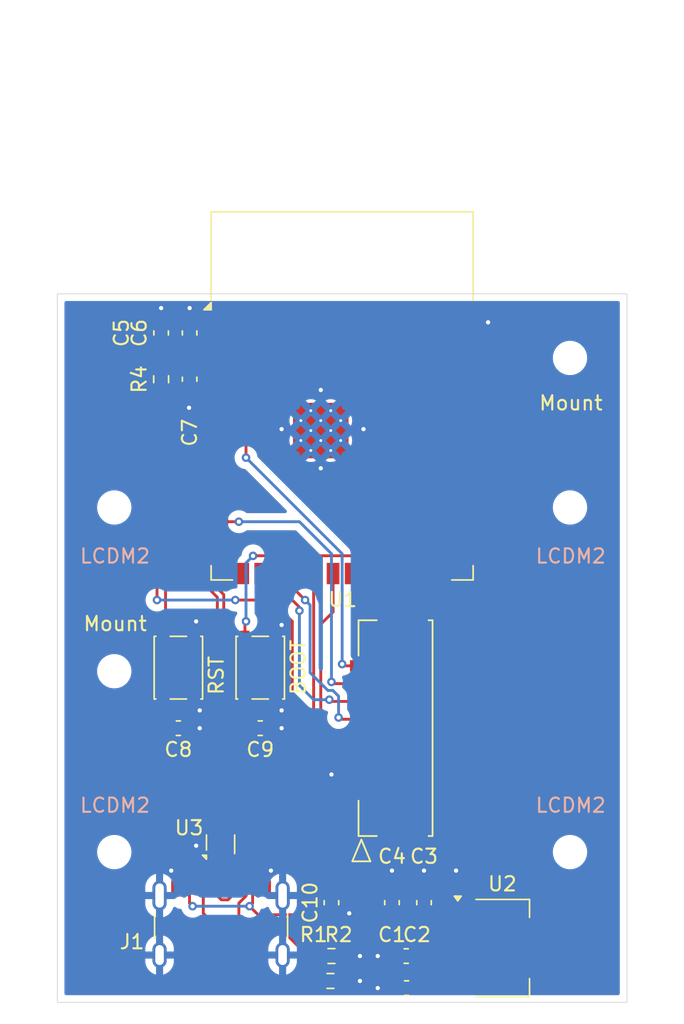
<source format=kicad_pcb>
(kicad_pcb (version 20240108) (generator "pcbnew") (generator_version "8.0")
  (layers (0 "F.Cu" signal) (31 "B.Cu" signal) (34 "B.Paste" user) (35 "F.Paste" user) (36 "B.SilkS" user "B.Silkscreen") (37 "F.SilkS" user "F.Silkscreen") (38 "B.Mask" user) (39 "F.Mask" user) (44 "Edge.Cuts" user))
  (net 0 "")
  (net 1 "Net-(J1-CC2)")
  (net 4 "Net-(J1-D--PadA7)")
  (net 5 "Net-(J1-D+-PadA6)")
  (net 6 "Net-(J1-CC1)")
  (net 34 "GND")
  (net 35 "EN")
  (net 36 "IO0")
  (net 37 "CLK")
  (net 38 "MOSI")
  (net 39 "CS")
  (net 40 "BCKL")
  (net 41 "RST")
  (net 42 "DC")
  (net 43 "D+")
  (net 44 "D-")
  (net 45 "5V")
  (net 46 "3V3")
  (footprint "Capacitor_SMD:C_0603_1608Metric" (layer "F.Cu") (at 145.75 124.75 90)
    (property "Reference" "C4" (at 3.25 0 0) (layer "F.SilkS"))
    (property "Value" "0u1F")
    (fp_line (start -0.14058 -0.51) (end 0.14058 -0.51) (stroke (width 0.12)) (layer "F.SilkS"))
    (fp_line (start -0.14058 0.51) (end 0.14058 0.51) (stroke (width 0.12)) (layer "F.SilkS"))
    (pad "1" smd roundrect (at -0.775 0 90) (size 0.9 0.95) (layers "F.Cu" "F.Paste" "F.Mask") (net 46 "3V3"))
    (pad "2" smd roundrect (at 0.775 0 90) (size 0.9 0.95) (layers "F.Cu" "F.Paste" "F.Mask") (net 34 "GND"))
  )
  (footprint "Resistor_SMD:R_0603_1608Metric" (layer "F.Cu") (at 141.5 128.5)
    (property "Reference" "R1" (at -1.25 -1.5 0) (layer "F.SilkS"))
    (property "Value" "5k1")
    (fp_line (start -0.237258 -0.5225) (end 0.237258 -0.5225) (stroke (width 0.12)) (layer "F.SilkS"))
    (fp_line (start -0.237258 0.5225) (end 0.237258 0.5225) (stroke (width 0.12)) (layer "F.SilkS"))
    (pad "1" smd roundrect (at -0.825 0) (size 0.8 0.95) (layers "F.Cu" "F.Paste" "F.Mask") (net 1 "Net-(J1-CC2)"))
    (pad "2" smd roundrect (at 0.825 0) (size 0.8 0.95) (layers "F.Cu" "F.Paste" "F.Mask") (net 34 "GND"))
  )
  (footprint "MountingHole:MountingHole_2.2mm_M2" (layer "F.Cu") (at 126.25 97)
    (property "Reference" "REF**" (hide yes))
    (property "Value" "MountingHole_2.2mm_M2" (hide yes))
    (pad "" np_thru_hole circle (at 0 0) (size 2.2 2.2) (drill 2.2) (layers "F&B.Cu" "*.Mask"))
  )
  (footprint "Capacitor_SMD:C_0603_1608Metric" (layer "F.Cu") (at 146.775 130.75 180)
    (property "Reference" "C2" (at -0.725 3.75 180) (layer "F.SilkS"))
    (property "Value" "0u1F")
    (fp_line (start -0.14058 0.51) (end 0.14058 0.51) (stroke (width 0.12)) (layer "F.SilkS"))
    (fp_line (start -0.14058 -0.51) (end 0.14058 -0.51) (stroke (width 0.12)) (layer "F.SilkS"))
    (pad "1" smd roundrect (at -0.775 0 180) (size 0.9 0.95) (layers "F.Cu" "F.Paste" "F.Mask") (net 45 "5V"))
    (pad "2" smd roundrect (at 0.775 0 180) (size 0.9 0.95) (layers "F.Cu" "F.Paste" "F.Mask") (net 34 "GND"))
  )
  (footprint "Capacitor_SMD:C_0603_1608Metric" (layer "F.Cu") (at 141.5 124.75 -90)
    (property "Reference" "C10" (at 0 1.5 90) (layer "F.SilkS"))
    (property "Value" "10uF")
    (fp_line (start -0.14058 0.51) (end 0.14058 0.51) (stroke (width 0.12)) (layer "F.SilkS"))
    (fp_line (start -0.14058 -0.51) (end 0.14058 -0.51) (stroke (width 0.12)) (layer "F.SilkS"))
    (pad "1" smd roundrect (at -0.775 0 270) (size 0.9 0.95) (layers "F.Cu" "F.Paste" "F.Mask") (net 45 "5V"))
    (pad "2" smd roundrect (at 0.775 0 270) (size 0.9 0.95) (layers "F.Cu" "F.Paste" "F.Mask") (net 34 "GND"))
  )
  (footprint "MountingHole:MountingHole_2.2mm_M2" (layer "F.Cu") (at 158.25 86.5)
    (property "Reference" "REF**" (hide yes))
    (property "Value" "MountingHole_2.2mm_M2" (hide yes))
    (pad "" np_thru_hole circle (at 0 0) (size 2.2 2.2) (drill 2.2) (layers "F&B.Cu" "*.Mask"))
  )
  (footprint "Resistor_SMD:R_0603_1608Metric" (layer "F.Cu") (at 141.43 130.25)
    (property "Reference" "R2" (at 0.57 -3.25 0) (layer "F.SilkS"))
    (property "Value" "5k1")
    (fp_line (start -0.237258 -0.5225) (end 0.237258 -0.5225) (stroke (width 0.12)) (layer "F.SilkS"))
    (fp_line (start -0.237258 0.5225) (end 0.237258 0.5225) (stroke (width 0.12)) (layer "F.SilkS"))
    (pad "1" smd roundrect (at -0.825 0) (size 0.8 0.95) (layers "F.Cu" "F.Paste" "F.Mask") (net 6 "Net-(J1-CC1)"))
    (pad "2" smd roundrect (at 0.825 0) (size 0.8 0.95) (layers "F.Cu" "F.Paste" "F.Mask") (net 34 "GND"))
  )
  (footprint "Capacitor_SMD:C_0603_1608Metric" (layer "F.Cu") (at 136.5 112.5 180)
    (property "Reference" "C9" (at 0 -1.5 180) (layer "F.SilkS"))
    (property "Value" "0u1F" (hide yes))
    (fp_line (start -0.14058 0.51) (end 0.14058 0.51) (stroke (width 0.12)) (layer "F.SilkS"))
    (fp_line (start -0.14058 -0.51) (end 0.14058 -0.51) (stroke (width 0.12)) (layer "F.SilkS"))
    (pad "1" smd roundrect (at -0.775 0 180) (size 0.9 0.95) (layers "F.Cu" "F.Paste" "F.Mask") (net 34 "GND"))
    (pad "2" smd roundrect (at 0.775 0 180) (size 0.9 0.95) (layers "F.Cu" "F.Paste" "F.Mask") (net 36 "IO0"))
  )
  (footprint "Capacitor_SMD:C_0603_1608Metric" (layer "F.Cu") (at 131.54 84.745 90)
    (property "Reference" "C6" (at -0.005 -3.54 -90) (layer "F.SilkS"))
    (property "Value" "0u1F")
    (fp_line (start -0.14058 -0.51) (end 0.14058 -0.51) (stroke (width 0.12)) (layer "F.SilkS"))
    (fp_line (start -0.14058 0.51) (end 0.14058 0.51) (stroke (width 0.12)) (layer "F.SilkS"))
    (pad "1" smd roundrect (at -0.775 0 90) (size 0.9 0.95) (layers "F.Cu" "F.Paste" "F.Mask") (net 46 "3V3"))
    (pad "2" smd roundrect (at 0.775 0 90) (size 0.9 0.95) (layers "F.Cu" "F.Paste" "F.Mask") (net 34 "GND"))
  )
  (footprint "Capacitor_SMD:C_0603_1608Metric" (layer "F.Cu") (at 131.54 87.995 -90)
    (property "Reference" "C7" (at 3.75 0 90) (layer "F.SilkS"))
    (property "Value" "1uF")
    (fp_line (start -0.14058 0.51) (end 0.14058 0.51) (stroke (width 0.12)) (layer "F.SilkS"))
    (fp_line (start -0.14058 -0.51) (end 0.14058 -0.51) (stroke (width 0.12)) (layer "F.SilkS"))
    (pad "1" smd roundrect (at -0.775 0 270) (size 0.9 0.95) (layers "F.Cu" "F.Paste" "F.Mask") (net 35 "EN"))
    (pad "2" smd roundrect (at 0.775 0 270) (size 0.9 0.95) (layers "F.Cu" "F.Paste" "F.Mask") (net 34 "GND"))
  )
  (footprint "Package_TO_SOT_SMD:SOT-223-3_TabPin2" (layer "F.Cu") (at 153.5 127.935)
    (property "Reference" "U2" (at 0 -4.5 0) (layer "F.SilkS"))
    (property "Value" "AMS1117-3.3")
    (fp_line (start -1.85 -3.41) (end 1.91 -3.41) (stroke (width 0.12)) (layer "F.SilkS"))
    (fp_line (start -1.85 3.41) (end 1.91 3.41) (stroke (width 0.12)) (layer "F.SilkS"))
    (fp_line (start 1.91 -3.41) (end 1.91 -2.15) (stroke (width 0.12)) (layer "F.SilkS"))
    (fp_line (start 1.91 3.41) (end 1.91 2.15) (stroke (width 0.12)) (layer "F.SilkS"))
    (fp_poly (pts (xy -3.13 -3.31) (xy -3.37 -3.64) (xy -2.89 -3.64) (xy -3.13 -3.31)) (stroke (width 0.12)) (fill solid) (layer "F.SilkS"))
    (pad "1" smd roundrect (at -3.15 -2.3) (size 2 1.5) (layers "F.Cu" "F.Paste" "F.Mask") (net 34 "GND"))
    (pad "2" smd roundrect (at -3.15 0) (size 2 1.5) (layers "F.Cu" "F.Paste" "F.Mask") (net 46 "3V3"))
    (pad "3" smd roundrect (at -3.15 2.3) (size 2 1.5) (layers "F.Cu" "F.Paste" "F.Mask") (net 45 "5V"))
    (pad "4" smd roundrect (at 3.15 0) (size 2 3.8) (layers "F.Cu" "F.Paste" "F.Mask"))
  )
  (footprint "Resistor_SMD:R_0603_1608Metric" (layer "F.Cu") (at 129.54 87.995 -90)
    (property "Reference" "R4" (at 0.005 1.54 90) (layer "F.SilkS"))
    (property "Value" "10k")
    (fp_line (start -0.237258 0.5225) (end 0.237258 0.5225) (stroke (width 0.12)) (layer "F.SilkS"))
    (fp_line (start -0.237258 -0.5225) (end 0.237258 -0.5225) (stroke (width 0.12)) (layer "F.SilkS"))
    (pad "1" smd roundrect (at -0.825 0 270) (size 0.8 0.95) (layers "F.Cu" "F.Paste" "F.Mask") (net 46 "3V3"))
    (pad "2" smd roundrect (at 0.825 0 270) (size 0.8 0.95) (layers "F.Cu" "F.Paste" "F.Mask") (net 35 "EN"))
  )
  (footprint "MountingHole:MountingHole_2.2mm_M2" (layer "F.Cu") (at 126.25 121.2)
    (property "Reference" "REF**" (hide yes))
    (property "Value" "MountingHole_2.2mm_M2" (hide yes))
    (pad "" np_thru_hole circle (at 0 0) (size 2.2 2.2) (drill 2.2) (layers "F&B.Cu" "*.Mask"))
  )
  (footprint "Connector_USB:USB_C_Receptacle_GCT_USB4105-xx-A_16P_TopMnt_Horizontal" (layer "F.Cu") (at 133.75 127.355)
    (property "Reference" "J1" (at -6.25 0.145 0) (layer "F.SilkS"))
    (property "Value" "USB_C_Receptacle_USB2.0_16P")
    (fp_line (start -4.67 -0.1) (end -4.67 -1.8) (stroke (width 0.12)) (layer "F.SilkS"))
    (fp_line (start 4.67 -0.1) (end 4.67 -1.8) (stroke (width 0.12)) (layer "F.SilkS"))
    (pad "" np_thru_hole circle (at -2.89 -2.605) (size 0.65 0.65) (drill 0.65) (layers "F&B.Cu" "*.Mask"))
    (pad "" np_thru_hole circle (at 2.89 -2.605) (size 0.65 0.65) (drill 0.65) (layers "F&B.Cu" "*.Mask"))
    (pad "A1" smd roundrect (at -3.2 -3.68) (size 0.6 1.15) (layers "F.Cu" "F.Paste" "F.Mask") (net 34 "GND"))
    (pad "A4" smd roundrect (at -2.4 -3.68) (size 0.6 1.15) (layers "F.Cu" "F.Paste" "F.Mask") (net 45 "5V"))
    (pad "A5" smd roundrect (at -1.25 -3.68) (size 0.3 1.15) (layers "F.Cu" "F.Paste" "F.Mask") (net 6 "Net-(J1-CC1)"))
    (pad "A6" smd roundrect (at -0.25 -3.68) (size 0.3 1.15) (layers "F.Cu" "F.Paste" "F.Mask") (net 5 "Net-(J1-D+-PadA6)"))
    (pad "A7" smd roundrect (at 0.25 -3.68) (size 0.3 1.15) (layers "F.Cu" "F.Paste" "F.Mask") (net 4 "Net-(J1-D--PadA7)"))
    (pad "A8" smd roundrect (at 1.25 -3.68) (size 0.3 1.15) (layers "F.Cu" "F.Paste" "F.Mask"))
    (pad "A9" smd roundrect (at 2.4 -3.68) (size 0.6 1.15) (layers "F.Cu" "F.Paste" "F.Mask") (net 45 "5V"))
    (pad "A12" smd roundrect (at 3.2 -3.68) (size 0.6 1.15) (layers "F.Cu" "F.Paste" "F.Mask") (net 34 "GND"))
    (pad "B1" smd roundrect (at 3.2 -3.68) (size 0.6 1.15) (layers "F.Cu" "F.Paste" "F.Mask") (net 34 "GND"))
    (pad "B4" smd roundrect (at 2.4 -3.68) (size 0.6 1.15) (layers "F.Cu" "F.Paste" "F.Mask") (net 45 "5V"))
    (pad "B5" smd roundrect (at 1.75 -3.68) (size 0.3 1.15) (layers "F.Cu" "F.Paste" "F.Mask") (net 1 "Net-(J1-CC2)"))
    (pad "B6" smd roundrect (at 0.75 -3.68) (size 0.3 1.15) (layers "F.Cu" "F.Paste" "F.Mask") (net 5 "Net-(J1-D+-PadA6)"))
    (pad "B7" smd roundrect (at -0.75 -3.68) (size 0.3 1.15) (layers "F.Cu" "F.Paste" "F.Mask") (net 4 "Net-(J1-D--PadA7)"))
    (pad "B8" smd roundrect (at -1.75 -3.68) (size 0.3 1.15) (layers "F.Cu" "F.Paste" "F.Mask"))
    (pad "B9" smd roundrect (at -2.4 -3.68) (size 0.6 1.15) (layers "F.Cu" "F.Paste" "F.Mask") (net 45 "5V"))
    (pad "B12" smd roundrect (at -3.2 -3.68) (size 0.6 1.15) (layers "F.Cu" "F.Paste" "F.Mask") (net 34 "GND"))
    (pad "S1" thru_hole oval (at -4.32 -3.105) (size 1 2.1) (drill oval 0.6 1.7) (layers "*.Cu" "*.Mask" "F.Paste") (net 34 "GND"))
    (pad "S1" thru_hole oval (at -4.32 1.075) (size 1 1.8) (drill oval 0.6 1.4) (layers "*.Cu" "*.Mask" "F.Paste") (net 34 "GND"))
    (pad "S1" thru_hole oval (at 4.32 -3.105) (size 1 2.1) (drill oval 0.6 1.7) (layers "*.Cu" "*.Mask" "F.Paste") (net 34 "GND"))
    (pad "S1" thru_hole oval (at 4.32 1.075) (size 1 1.8) (drill oval 0.6 1.4) (layers "*.Cu" "*.Mask" "F.Paste") (net 34 "GND"))
  )
  (footprint "MountingHole:MountingHole_2.2mm_M2" (layer "F.Cu") (at 158.25 121.2)
    (property "Reference" "REF**" (hide yes))
    (property "Value" "MountingHole_2.2mm_M2" (hide yes))
    (pad "" np_thru_hole circle (at 0 0) (size 2.2 2.2) (drill 2.2) (layers "F&B.Cu" "*.Mask"))
  )
  (footprint "Button_Switch_SMD:SW_SPST_PTS810" (layer "F.Cu") (at 136.5 108.25 -90)
    (property "Reference" "SW2" (hide yes))
    (property "Value" "SW_Push" (hide yes))
    (fp_line (start -2.2 1.7) (end 2.2 1.7) (stroke (width 0.12)) (layer "F.SilkS"))
    (fp_line (start 2.2 1.7) (end 2.2 1.58) (stroke (width 0.12)) (layer "F.SilkS"))
    (fp_line (start -2.2 1.58) (end -2.2 1.7) (stroke (width 0.12)) (layer "F.SilkS"))
    (fp_line (start 2.2 0.57) (end 2.2 -0.57) (stroke (width 0.12)) (layer "F.SilkS"))
    (fp_line (start -2.2 -0.57) (end -2.2 0.57) (stroke (width 0.12)) (layer "F.SilkS"))
    (fp_line (start 2.2 -1.58) (end 2.2 -1.7) (stroke (width 0.12)) (layer "F.SilkS"))
    (fp_line (start -2.2 -1.7) (end -2.2 -1.58) (stroke (width 0.12)) (layer "F.SilkS"))
    (fp_line (start 2.2 -1.7) (end -2.2 -1.7) (stroke (width 0.12)) (layer "F.SilkS"))
    (pad "1" smd rect (at -2.075 -1.075 270) (size 1.05 0.65) (layers "F.Cu" "F.Paste" "F.Mask") (net 34 "GND"))
    (pad "1" smd rect (at 2.075 -1.075 270) (size 1.05 0.65) (layers "F.Cu" "F.Paste" "F.Mask") (net 34 "GND"))
    (pad "2" smd rect (at -2.075 1.075 270) (size 1.05 0.65) (layers "F.Cu" "F.Paste" "F.Mask") (net 36 "IO0"))
    (pad "2" smd rect (at 2.075 1.075 270) (size 1.05 0.65) (layers "F.Cu" "F.Paste" "F.Mask") (net 36 "IO0"))
  )
  (footprint "RF_Module:ESP32-S3-WROOM-1" (layer "F.Cu") (at 142.25 89.14)
    (property "Reference" "U1" (at 0.04 14.335 0) (layer "F.SilkS"))
    (property "Value" "ESP32-S3-WROOM-1" (hide yes))
    (fp_line (start -9.2 -12.9) (end -9.2 -6.7) (stroke (width 0.12)) (layer "F.SilkS"))
    (fp_line (start -9.2 -12.9) (end 9.2 -12.9) (stroke (width 0.12)) (layer "F.SilkS"))
    (fp_line (start -9.2 11.95) (end -9.2 12.95) (stroke (width 0.12)) (layer "F.SilkS"))
    (fp_line (start -9.2 12.95) (end -7.7 12.95) (stroke (width 0.12)) (layer "F.SilkS"))
    (fp_line (start 9.2 -12.9) (end 9.2 -6.7) (stroke (width 0.12)) (layer "F.SilkS"))
    (fp_line (start 9.2 12.95) (end 7.7 12.95) (stroke (width 0.12)) (layer "F.SilkS"))
    (fp_line (start 9.2 12.95) (end 9.2 11.95) (stroke (width 0.12)) (layer "F.SilkS"))
    (fp_poly (pts (xy -9.2 -6.025) (xy -9.7 -6.025) (xy -9.2 -6.525) (xy -9.2 -6.025)) (stroke (width 0.12)) (fill solid) (layer "F.SilkS"))
    (pad "1" smd rect (at -8.75 -5.26) (size 1.5 0.9) (layers "F.Cu" "F.Paste" "F.Mask") (net 34 "GND"))
    (pad "2" smd rect (at -8.75 -3.99) (size 1.5 0.9) (layers "F.Cu" "F.Paste" "F.Mask") (net 46 "3V3"))
    (pad "3" smd rect (at -8.75 -2.72) (size 1.5 0.9) (layers "F.Cu" "F.Paste" "F.Mask") (net 35 "EN"))
    (pad "4" smd rect (at -8.75 -1.45) (size 1.5 0.9) (layers "F.Cu" "F.Paste" "F.Mask"))
    (pad "5" smd rect (at -8.75 -0.18) (size 1.5 0.9) (layers "F.Cu" "F.Paste" "F.Mask"))
    (pad "6" smd rect (at -8.75 1.09) (size 1.5 0.9) (layers "F.Cu" "F.Paste" "F.Mask"))
    (pad "7" smd rect (at -8.75 2.36) (size 1.5 0.9) (layers "F.Cu" "F.Paste" "F.Mask") (net 40 "BCKL"))
    (pad "8" smd rect (at -8.75 3.63) (size 1.5 0.9) (layers "F.Cu" "F.Paste" "F.Mask"))
    (pad "9" smd rect (at -8.75 4.9) (size 1.5 0.9) (layers "F.Cu" "F.Paste" "F.Mask"))
    (pad "10" smd rect (at -8.75 6.17) (size 1.5 0.9) (layers "F.Cu" "F.Paste" "F.Mask"))
    (pad "11" smd rect (at -8.75 7.44) (size 1.5 0.9) (layers "F.Cu" "F.Paste" "F.Mask"))
    (pad "12" smd rect (at -8.75 8.71) (size 1.5 0.9) (layers "F.Cu" "F.Paste" "F.Mask") (net 41 "RST"))
    (pad "13" smd rect (at -8.75 9.98) (size 1.5 0.9) (layers "F.Cu" "F.Paste" "F.Mask") (net 44 "D-"))
    (pad "14" smd rect (at -8.75 11.25 180) (size 1.5 0.9) (layers "F.Cu" "F.Paste" "F.Mask") (net 43 "D+"))
    (pad "15" smd rect (at -6.985 12.5 270) (size 1.5 0.9) (layers "F.Cu" "F.Paste" "F.Mask"))
    (pad "16" smd rect (at -5.715 12.5 270) (size 1.5 0.9) (layers "F.Cu" "F.Paste" "F.Mask"))
    (pad "17" smd rect (at -4.445 12.5 270) (size 1.5 0.9) (layers "F.Cu" "F.Paste" "F.Mask") (net 42 "DC"))
    (pad "18" smd rect (at -3.175 12.5 270) (size 1.5 0.9) (layers "F.Cu" "F.Paste" "F.Mask") (net 39 "CS"))
    (pad "19" smd rect (at -1.905 12.5 270) (size 1.5 0.9) (layers "F.Cu" "F.Paste" "F.Mask") (net 38 "MOSI"))
    (pad "20" smd rect (at -0.635 12.5 270) (size 1.5 0.9) (layers "F.Cu" "F.Paste" "F.Mask") (net 37 "CLK"))
    (pad "21" smd rect (at 0.635 12.5 270) (size 1.5 0.9) (layers "F.Cu" "F.Paste" "F.Mask"))
    (pad "22" smd rect (at 1.905 12.5 270) (size 1.5 0.9) (layers "F.Cu" "F.Paste" "F.Mask"))
    (pad "23" smd rect (at 3.175 12.5 270) (size 1.5 0.9) (layers "F.Cu" "F.Paste" "F.Mask"))
    (pad "24" smd rect (at 4.445 12.5 270) (size 1.5 0.9) (layers "F.Cu" "F.Paste" "F.Mask"))
    (pad "25" smd rect (at 5.715 12.5 270) (size 1.5 0.9) (layers "F.Cu" "F.Paste" "F.Mask"))
    (pad "26" smd rect (at 6.985 12.5 270) (size 1.5 0.9) (layers "F.Cu" "F.Paste" "F.Mask"))
    (pad "27" smd rect (at 8.75 11.25) (size 1.5 0.9) (layers "F.Cu" "F.Paste" "F.Mask") (net 36 "IO0"))
    (pad "28" smd rect (at 8.75 9.98) (size 1.5 0.9) (layers "F.Cu" "F.Paste" "F.Mask"))
    (pad "29" smd rect (at 8.75 8.71) (size 1.5 0.9) (layers "F.Cu" "F.Paste" "F.Mask"))
    (pad "30" smd rect (at 8.75 7.44) (size 1.5 0.9) (layers "F.Cu" "F.Paste" "F.Mask"))
    (pad "31" smd rect (at 8.75 6.17) (size 1.5 0.9) (layers "F.Cu" "F.Paste" "F.Mask"))
    (pad "32" smd rect (at 8.75 4.9) (size 1.5 0.9) (layers "F.Cu" "F.Paste" "F.Mask"))
    (pad "33" smd rect (at 8.75 3.63) (size 1.5 0.9) (layers "F.Cu" "F.Paste" "F.Mask"))
    (pad "34" smd rect (at 8.75 2.36) (size 1.5 0.9) (layers "F.Cu" "F.Paste" "F.Mask"))
    (pad "35" smd rect (at 8.75 1.09) (size 1.5 0.9) (layers "F.Cu" "F.Paste" "F.Mask"))
    (pad "36" smd rect (at 8.75 -0.18) (size 1.5 0.9) (layers "F.Cu" "F.Paste" "F.Mask"))
    (pad "37" smd rect (at 8.75 -1.45) (size 1.5 0.9) (layers "F.Cu" "F.Paste" "F.Mask"))
    (pad "38" smd rect (at 8.75 -2.72) (size 1.5 0.9) (layers "F.Cu" "F.Paste" "F.Mask"))
    (pad "39" smd rect (at 8.75 -3.99) (size 1.5 0.9) (layers "F.Cu" "F.Paste" "F.Mask"))
    (pad "40" smd rect (at 8.75 -5.26) (size 1.5 0.9) (layers "F.Cu" "F.Paste" "F.Mask") (net 34 "GND"))
    (pad "41" thru_hole circle (at -2.9 1.76 90) (size 0.6 0.6) (drill 0.2) (property pad_prop_heatsink) (layers "*.Cu" "F.Mask") (net 34 "GND"))
    (pad "41" thru_hole circle (at -2.9 3.16) (size 0.6 0.6) (drill 0.2) (property pad_prop_heatsink) (layers "*.Cu" "F.Mask") (net 34 "GND"))
    (pad "41" thru_hole circle (at -2.2 1.06) (size 0.6 0.6) (drill 0.2) (property pad_prop_heatsink) (layers "*.Cu" "F.Mask") (net 34 "GND"))
    (pad "41" thru_hole circle (at -2.2 2.46) (size 0.6 0.6) (drill 0.2) (property pad_prop_heatsink) (layers "*.Cu" "F.Mask") (net 34 "GND"))
    (pad "41" thru_hole circle (at -2.2 3.86) (size 0.6 0.6) (drill 0.2) (property pad_prop_heatsink) (layers "*.Cu" "F.Mask") (net 34 "GND"))
    (pad "41" thru_hole circle (at -1.5 1.76) (size 0.6 0.6) (drill 0.2) (property pad_prop_heatsink) (layers "*.Cu" "F.Mask") (net 34 "GND"))
    (pad "41" smd rect (at -1.5 2.46 270) (size 3.9 3.9) (layers "F.Cu" "F.Mask") (net 34 "GND"))
    (pad "41" thru_hole circle (at -1.5 3.16) (size 0.6 0.6) (drill 0.2) (property pad_prop_heatsink) (layers "*.Cu" "F.Mask") (net 34 "GND"))
    (pad "41" thru_hole circle (at -0.8 1.06) (size 0.6 0.6) (drill 0.2) (property pad_prop_heatsink) (layers "*.Cu" "F.Mask") (net 34 "GND"))
    (pad "41" thru_hole circle (at -0.8 2.46) (size 0.6 0.6) (drill 0.2) (property pad_prop_heatsink) (layers "*.Cu" "F.Mask") (net 34 "GND"))
    (pad "41" thru_hole circle (at -0.8 3.86) (size 0.6 0.6) (drill 0.2) (property pad_prop_heatsink) (layers "*.Cu" "F.Mask") (net 34 "GND"))
    (pad "41" thru_hole circle (at -0.1 1.76) (size 0.6 0.6) (drill 0.2) (property pad_prop_heatsink) (layers "*.Cu" "F.Mask") (net 34 "GND"))
    (pad "41" thru_hole circle (at -0.1 3.16) (size 0.6 0.6) (drill 0.2) (property pad_prop_heatsink) (layers "*.Cu" "F.Mask") (net 34 "GND"))
    (zone (net 0) (net_name "") (layers "F.Cu" "In1.Cu" "B.Cu") (connect_pads (clearance 0)) (min_thickness 0.254)
      (keepout (tracks not_allowed) (vias not_allowed) (pads not_allowed) (copperpour not_allowed) (footprints not_allowed))
      (fill (thermal_gap 0.508) (thermal_bridge_width 0.508))
      (polygon (pts (xy 118.25 82.39) (xy 166.25 82.39) (xy 166.25 61.39) (xy 118.25 61.39)))
    )
  )
  (footprint "MountingHole:MountingHole_2.2mm_M2" (layer "F.Cu") (at 158.25 97)
    (property "Reference" "REF**" (hide yes))
    (property "Value" "MountingHole_2.2mm_M2" (hide yes))
    (pad "" np_thru_hole circle (at 0 0) (size 2.2 2.2) (drill 2.2) (layers "*.Cu" "*.Mask"))
  )
  (footprint "Package_TO_SOT_SMD:SOT-666" (layer "F.Cu") (at 133.7125 120.65 90)
    (property "Reference" "U3" (at 1.15 -2.2125 0) (layer "F.SilkS"))
    (property "Value" "USBLC6-2P6" (hide yes))
    (fp_line (start 0.65 -0.99) (end -0.4 -0.99) (stroke (width 0.12)) (layer "F.SilkS"))
    (fp_line (start 0.65 0.99) (end -0.65 0.99) (stroke (width 0.12)) (layer "F.SilkS"))
    (fp_poly (pts (xy -0.77 -0.99) (xy -1.05 -0.99) (xy -0.77 -1.27) (xy -0.77 -0.99)) (stroke (width 0.12)) (fill solid) (layer "F.SilkS"))
    (pad "1" smd roundrect (at -0.85 -0.5375 90) (size 0.5 0.375) (layers "F.Cu" "F.Paste" "F.Mask") (net 4 "Net-(J1-D--PadA7)"))
    (pad "2" smd roundrect (at -0.925 0 90) (size 0.65 0.3) (layers "F.Cu" "F.Paste" "F.Mask") (net 34 "GND"))
    (pad "3" smd roundrect (at -0.85 0.5375 90) (size 0.5 0.375) (layers "F.Cu" "F.Paste" "F.Mask") (net 5 "Net-(J1-D+-PadA6)"))
    (pad "4" smd roundrect (at 0.85 0.5375 90) (size 0.5 0.375) (layers "F.Cu" "F.Paste" "F.Mask") (net 43 "D+"))
    (pad "5" smd roundrect (at 0.925 0 90) (size 0.65 0.3) (layers "F.Cu" "F.Paste" "F.Mask") (net 45 "5V"))
    (pad "6" smd roundrect (at 0.85 -0.5375 90) (size 0.5 0.375) (layers "F.Cu" "F.Paste" "F.Mask") (net 44 "D-"))
  )
  (footprint "footprints:Molex_LCD_conn" (layer "F.Cu") (at 143.6 116.871002 90)
    (property "Reference" "J2" (hide yes))
    (property "Value" "Conn_01x08" (hide yes))
    (fp_line (start -4.977983 -0.635) (end -4.977983 0.635) (stroke (width 0.127)) (layer "F.SilkS"))
    (fp_line (start 11.949986 -0.2) (end 9.47004 -0.2) (stroke (width 0.127)) (layer "F.SilkS"))
    (fp_line (start -0.72004 -0.2) (end -3.199983 -0.2) (stroke (width 0.127)) (layer "F.SilkS"))
    (fp_line (start -3.199983 -0.2) (end -3.199983 1.07996) (stroke (width 0.127)) (layer "F.SilkS"))
    (fp_line (start -3.453983 0) (end -4.977983 -0.635) (stroke (width 0.127)) (layer "F.SilkS"))
    (fp_line (start -4.977983 0.635) (end -3.453983 0) (stroke (width 0.127)) (layer "F.SilkS"))
    (fp_line (start 11.949986 1.07996) (end 11.949986 -0.2) (stroke (width 0.127)) (layer "F.SilkS"))
    (fp_line (start -3.199983 4.720039) (end -3.199983 5) (stroke (width 0.127)) (layer "F.SilkS"))
    (fp_line (start 11.949986 5) (end 11.949986 4.720039) (stroke (width 0.127)) (layer "F.SilkS"))
    (fp_line (start -3.199983 5) (end 11.949986 5) (stroke (width 0.127)) (layer "F.SilkS"))
    (pad "1" smd rect (at 0 0 90) (size 0.8 1.6) (layers "F.Cu" "F.Paste" "F.Mask") (net 46 "3V3"))
    (pad "2" smd rect (at 1.25 0 90) (size 0.8 1.6) (layers "F.Cu" "F.Paste" "F.Mask") (net 34 "GND"))
    (pad "3" smd rect (at 2.5 0 90) (size 0.8 1.6) (layers "F.Cu" "F.Paste" "F.Mask") (net 38 "MOSI"))
    (pad "4" smd rect (at 3.75 0 90) (size 0.8 1.6) (layers "F.Cu" "F.Paste" "F.Mask") (net 37 "CLK"))
    (pad "5" smd rect (at 5 0 90) (size 0.8 1.6) (layers "F.Cu" "F.Paste" "F.Mask") (net 39 "CS"))
    (pad "6" smd rect (at 6.25 0 90) (size 0.8 1.6) (layers "F.Cu" "F.Paste" "F.Mask") (net 42 "DC"))
    (pad "7" smd rect (at 7.5 0 90) (size 0.8 1.6) (layers "F.Cu" "F.Paste" "F.Mask") (net 41 "RST"))
    (pad "8" smd rect (at 8.75 0 90) (size 0.8 1.6) (layers "F.Cu" "F.Paste" "F.Mask") (net 40 "BCKL"))
    (pad "9" smd rect (at -2.55 2.899999 90) (size 2.1 2.999999) (layers "F.Cu" "F.Paste" "F.Mask"))
    (pad "10" smd rect (at 11.3 2.899999 90) (size 2.1 2.999999) (layers "F.Cu" "F.Paste" "F.Mask"))
  )
  (footprint "Capacitor_SMD:C_0603_1608Metric" (layer "F.Cu") (at 146.75 128.5 180)
    (property "Reference" "C1" (at 1 1.5 180) (layer "F.SilkS"))
    (property "Value" "10uF")
    (fp_line (start -0.14058 0.51) (end 0.14058 0.51) (stroke (width 0.12)) (layer "F.SilkS"))
    (fp_line (start -0.14058 -0.51) (end 0.14058 -0.51) (stroke (width 0.12)) (layer "F.SilkS"))
    (pad "1" smd roundrect (at -0.775 0 180) (size 0.9 0.95) (layers "F.Cu" "F.Paste" "F.Mask") (net 45 "5V"))
    (pad "2" smd roundrect (at 0.775 0 180) (size 0.9 0.95) (layers "F.Cu" "F.Paste" "F.Mask") (net 34 "GND"))
  )
  (footprint "Capacitor_SMD:C_0603_1608Metric" (layer "F.Cu") (at 129.54 84.745 90)
    (property "Reference" "C5" (at -0.005 -2.79 -90) (layer "F.SilkS"))
    (property "Value" "10uF")
    (fp_line (start -0.14058 -0.51) (end 0.14058 -0.51) (stroke (width 0.12)) (layer "F.SilkS"))
    (fp_line (start -0.14058 0.51) (end 0.14058 0.51) (stroke (width 0.12)) (layer "F.SilkS"))
    (pad "1" smd roundrect (at -0.775 0 90) (size 0.9 0.95) (layers "F.Cu" "F.Paste" "F.Mask") (net 46 "3V3"))
    (pad "2" smd roundrect (at 0.775 0 90) (size 0.9 0.95) (layers "F.Cu" "F.Paste" "F.Mask") (net 34 "GND"))
  )
  (footprint "Capacitor_SMD:C_0603_1608Metric" (layer "F.Cu") (at 130.75 112.5 180)
    (property "Reference" "C8" (at 0 -1.5 180) (layer "F.SilkS"))
    (property "Value" "0u1F" (hide yes))
    (fp_line (start -0.14058 0.51) (end 0.14058 0.51) (stroke (width 0.12)) (layer "F.SilkS"))
    (fp_line (start -0.14058 -0.51) (end 0.14058 -0.51) (stroke (width 0.12)) (layer "F.SilkS"))
    (pad "1" smd roundrect (at -0.775 0 180) (size 0.9 0.95) (layers "F.Cu" "F.Paste" "F.Mask") (net 34 "GND"))
    (pad "2" smd roundrect (at 0.775 0 180) (size 0.9 0.95) (layers "F.Cu" "F.Paste" "F.Mask") (net 35 "EN"))
  )
  (footprint "Capacitor_SMD:C_0603_1608Metric" (layer "F.Cu") (at 148 124.75 90)
    (property "Reference" "C3" (at 3.25 0 0) (layer "F.SilkS"))
    (property "Value" "10uF")
    (fp_line (start -0.14058 -0.51) (end 0.14058 -0.51) (stroke (width 0.12)) (layer "F.SilkS"))
    (fp_line (start -0.14058 0.51) (end 0.14058 0.51) (stroke (width 0.12)) (layer "F.SilkS"))
    (pad "1" smd roundrect (at -0.775 0 90) (size 0.9 0.95) (layers "F.Cu" "F.Paste" "F.Mask") (net 46 "3V3"))
    (pad "2" smd roundrect (at 0.775 0 90) (size 0.9 0.95) (layers "F.Cu" "F.Paste" "F.Mask") (net 34 "GND"))
  )
  (footprint "Button_Switch_SMD:SW_SPST_PTS810" (layer "F.Cu") (at 130.75 108.25 -90)
    (property "Reference" "SW1" (hide yes))
    (property "Value" "SW_Push" (hide yes))
    (fp_line (start -2.2 1.7) (end 2.2 1.7) (stroke (width 0.12)) (layer "F.SilkS"))
    (fp_line (start 2.2 1.7) (end 2.2 1.58) (stroke (width 0.12)) (layer "F.SilkS"))
    (fp_line (start -2.2 1.58) (end -2.2 1.7) (stroke (width 0.12)) (layer "F.SilkS"))
    (fp_line (start 2.2 0.57) (end 2.2 -0.57) (stroke (width 0.12)) (layer "F.SilkS"))
    (fp_line (start -2.2 -0.57) (end -2.2 0.57) (stroke (width 0.12)) (layer "F.SilkS"))
    (fp_line (start 2.2 -1.58) (end 2.2 -1.7) (stroke (width 0.12)) (layer "F.SilkS"))
    (fp_line (start -2.2 -1.7) (end -2.2 -1.58) (stroke (width 0.12)) (layer "F.SilkS"))
    (fp_line (start 2.2 -1.7) (end -2.2 -1.7) (stroke (width 0.12)) (layer "F.SilkS"))
    (pad "1" smd rect (at -2.075 -1.075 270) (size 1.05 0.65) (layers "F.Cu" "F.Paste" "F.Mask") (net 34 "GND"))
    (pad "1" smd rect (at 2.075 -1.075 270) (size 1.05 0.65) (layers "F.Cu" "F.Paste" "F.Mask") (net 34 "GND"))
    (pad "2" smd rect (at -2.075 1.075 270) (size 1.05 0.65) (layers "F.Cu" "F.Paste" "F.Mask") (net 35 "EN"))
    (pad "2" smd rect (at 2.075 1.075 270) (size 1.05 0.65) (layers "F.Cu" "F.Paste" "F.Mask") (net 35 "EN"))
  )
  (footprint "MountingHole:MountingHole_2.2mm_M2" (layer "F.Cu") (at 126.25 108.5)
    (property "Reference" "REF**" (hide yes))
    (property "Value" "MountingHole_2.2mm_M2" (hide yes))
    (pad "" np_thru_hole circle (at 0 0) (size 2.2 2.2) (drill 2.2) (layers "F&B.Cu" "*.Mask"))
  )
  (gr_rect (start 122.25 82) (end 162.25 131.75) (stroke (width 0.05)) (fill none) (layer "Edge.Cuts"))
  (gr_text "LCDM2" (at 123.75 118.5 0) (layer "B.SilkS") (effects (font (size 1 1) (thickness 0.15) (bold yes)) (justify left bottom)))
  (gr_text "LCDM2" (at 155.75 101 0) (layer "B.SilkS") (effects (font (size 1 1) (thickness 0.15) (bold yes)) (justify left bottom)))
  (gr_text "LCDM2" (at 155.75 118.5 0) (layer "B.SilkS") (effects (font (size 1 1) (thickness 0.15) (bold yes)) (justify left bottom)))
  (gr_text "LCDM2" (at 123.75 101 0) (layer "B.SilkS") (effects (font (size 1 1) (thickness 0.15) (bold yes)) (justify left bottom)))
  (gr_text "Mount" (at 156 90.25 0) (layer "F.SilkS") (effects (font (size 1 1) (thickness 0.15) (bold yes)) (justify left bottom)))
  (gr_text "BOOT" (at 139.75 110.25 90) (layer "F.SilkS") (effects (font (size 1 1)) (justify left bottom)))
  (gr_text "Mount" (at 124 105.75 0) (layer "F.SilkS") (effects (font (size 1 1) (thickness 0.15) (bold yes)) (justify left bottom)))
  (gr_text "RST" (at 134 110.25 90) (layer "F.SilkS") (effects (font (size 1 1)) (justify left bottom)))
  (segment (start 135 125.75) (end 135 124.78241) (width 0.2) (layer "F.Cu") (net 1))
  (segment (start 138.175 126) (end 135.25 126) (width 0.2) (layer "F.Cu") (net 1))
  (segment (start 140.675 128.5) (end 138.175 126) (width 0.2) (layer "F.Cu") (net 1))
  (segment (start 135 124.78241) (end 135.5 124.28241) (width 0.2) (layer "F.Cu") (net 1))
  (segment (start 135.25 126) (end 135 125.75) (width 0.2) (layer "F.Cu") (net 1))
  (segment (start 135.5 124.28241) (end 135.5 123.675) (width 0.2) (layer "F.Cu") (net 1))
  (segment (start 133 123.675) (end 133 121.675) (width 0.2) (layer "F.Cu") (net 4))
  (segment (start 133.73241 122.8) (end 133.26759 122.8) (width 0.2) (layer "F.Cu") (net 4))
  (segment (start 133.26759 122.8) (end 133 123.06759) (width 0.2) (layer "F.Cu") (net 4))
  (segment (start 134 123.675) (end 134 123.06759) (width 0.2) (layer "F.Cu") (net 4))
  (segment (start 134 123.06759) (end 133.73241 122.8) (width 0.2) (layer "F.Cu") (net 4))
  (segment (start 133 121.675) (end 133.175 121.5) (width 0.2) (layer "F.Cu") (net 4))
  (segment (start 133 123.06759) (end 133 123.675) (width 0.2) (layer "F.Cu") (net 4))
  (segment (start 133.5 123.675) (end 133.5 124.28241) (width 0.2) (layer "F.Cu") (net 5))
  (segment (start 134.5 123.675) (end 134.5 121.75) (width 0.2) (layer "F.Cu") (net 5))
  (segment (start 133.5 124.28241) (end 133.76759 124.55) (width 0.2) (layer "F.Cu") (net 5))
  (segment (start 134.5 121.75) (end 134.25 121.5) (width 0.2) (layer "F.Cu") (net 5))
  (segment (start 133.76759 124.55) (end 134.23241 124.55) (width 0.2) (layer "F.Cu") (net 5))
  (segment (start 134.5 124.28241) (end 134.5 123.675) (width 0.2) (layer "F.Cu") (net 5))
  (segment (start 134.23241 124.55) (end 134.5 124.28241) (width 0.2) (layer "F.Cu") (net 5))
  (segment (start 133.5 126.5) (end 132.5 125.5) (width 0.2) (layer "F.Cu") (net 6))
  (segment (start 139.975 128.625) (end 139.975 129.62) (width 0.2) (layer "F.Cu") (net 6))
  (segment (start 139.975 129.62) (end 140.605 130.25) (width 0.2) (layer "F.Cu") (net 6))
  (segment (start 132.5 125.5) (end 132.5 123.675) (width 0.2) (layer "F.Cu") (net 6))
  (segment (start 137.85 126.5) (end 133.5 126.5) (width 0.2) (layer "F.Cu") (net 6))
  (segment (start 139.975 128.625) (end 137.85 126.5) (width 0.2) (layer "F.Cu") (net 6))
  (segment (start 148 123.975) (end 148 122.5) (width 0.2) (layer "F.Cu") (net 34))
  (segment (start 130.55 123.675) (end 130.55 122.8) (width 0.2) (layer "F.Cu") (net 34))
  (segment (start 131.525 112.5) (end 132.25 112.5) (width 0.2) (layer "F.Cu") (net 34))
  (segment (start 152.38 83.88) (end 152.5 84) (width 0.2) (layer "F.Cu") (net 34))
  (segment (start 140.75 91.6) (end 140.75 88.75) (width 0.2) (layer "F.Cu") (net 34))
  (segment (start 133.7125 121.575) (end 133.7125 121.228054) (width 0.2) (layer "F.Cu") (net 34))
  (segment (start 145.975 128.5) (end 144.75 128.5) (width 0.2) (layer "F.Cu") (net 34))
  (segment (start 150.35 122.6) (end 150.25 122.5) (width 0.2) (layer "F.Cu") (net 34))
  (segment (start 140.75 91.6) (end 140.75 94.25) (width 0.2) (layer "F.Cu") (net 34))
  (segment (start 131.54 83) (end 131.54 83.97) (width 0.2) (layer "F.Cu") (net 34))
  (segment (start 137.575 110.825) (end 138 111.25) (width 0.2) (layer "F.Cu") (net 34))
  (segment (start 129.54 83) (end 129.54 83.97) (width 0.2) (layer "F.Cu") (net 34))
  (segment (start 131.54 89.96) (end 131.5 90) (width 0.2) (layer "F.Cu") (net 34))
  (segment (start 143.6 115.621002) (end 141.628998 115.621002) (width 0.2) (layer "F.Cu") (net 34))
  (segment (start 142.325 128.5) (end 143.5 128.5) (width 0.2) (layer "F.Cu") (net 34))
  (segment (start 140.75 91.6) (end 143.65 91.6) (width 0.2) (layer "F.Cu") (net 34))
  (segment (start 130.55 122.8) (end 130.25 122.5) (width 0.2) (layer "F.Cu") (net 34))
  (segment (start 146 130.75) (end 144.75 130.75) (width 0.2) (layer "F.Cu") (net 34))
  (segment (start 131.825 110.325) (end 131.825 110.825) (width 0.2) (layer "F.Cu") (net 34))
  (segment (start 150.35 125.635) (end 150.35 122.6) (width 0.2) (layer "F.Cu") (net 34))
  (segment (start 136.95 123.675) (end 136.95 122.8) (width 0.2) (layer "F.Cu") (net 34))
  (segment (start 132.5 83) (end 133.38 83.88) (width 0.2) (layer "F.Cu") (net 34))
  (segment (start 140.75 91.6) (end 138.1 91.6) (width 0.2) (layer "F.Cu") (net 34))
  (segment (start 136.95 122.8) (end 137.25 122.5) (width 0.2) (layer "F.Cu") (net 34))
  (segment (start 151 83.88) (end 152.38 83.88) (width 0.2) (layer "F.Cu") (net 34))
  (segment (start 131.825 110.825) (end 132.25 111.25) (width 0.2) (layer "F.Cu") (net 34))
  (segment (start 137.575 110.325) (end 137.575 110.825) (width 0.2) (layer "F.Cu") (net 34))
  (segment (start 137.575 106.175) (end 137.575 105.675) (width 0.2) (layer "F.Cu") (net 34))
  (segment (start 131.825 105.175) (end 132 105) (width 0.2) (layer "F.Cu") (net 34))
  (segment (start 131.54 88.77) (end 131.54 89.96) (width 0.2) (layer "F.Cu") (net 34))
  (segment (start 145.75 123.975) (end 145.75 122.5) (width 0.2) (layer "F.Cu") (net 34))
  (segment (start 137.575 105.675) (end 138 105.25) (width 0.2) (layer "F.Cu") (net 34))
  (segment (start 138.1 91.6) (end 138 91.5) (width 0.2) (layer "F.Cu") (net 34))
  (segment (start 131.825 106.175) (end 131.825 105.175) (width 0.2) (layer "F.Cu") (net 34))
  (segment (start 141.628998 115.621002) (end 141.5 115.75) (width 0.2) (layer "F.Cu") (net 34))
  (segment (start 133.7125 121.228054) (end 133.234446 120.75) (width 0.2) (layer "F.Cu") (net 34))
  (segment (start 133.38 83.88) (end 133.5 83.88) (width 0.2) (layer "F.Cu") (net 34))
  (segment (start 133.234446 120.75) (end 132 120.75) (width 0.2) (layer "F.Cu") (net 34))
  (segment (start 141.5 125.525) (end 142.725 125.525) (width 0.2) (layer "F.Cu") (net 34))
  (segment (start 143.65 91.6) (end 143.75 91.5) (width 0.2) (layer "F.Cu") (net 34))
  (segment (start 131.54 83) (end 132.5 83) (width 0.2) (layer "F.Cu") (net 34))
  (segment (start 137.275 112.5) (end 138 112.5) (width 0.2) (layer "F.Cu") (net 34))
  (segment (start 142.725 125.525) (end 142.75 125.5) (width 0.2) (layer "F.Cu") (net 34))
  (segment (start 143.5 130.25) (end 142.255 130.25) (width 0.2) (layer "F.Cu") (net 34))
  (via (at 144.75 130.75) (size 0.6) (drill 0.3) (layers "F.Cu" "B.Cu") (net 34))
  (via (at 132.25 112.5) (size 0.6) (drill 0.3) (layers "F.Cu" "B.Cu") (net 34))
  (via (at 142.75 125.5) (size 0.6) (drill 0.3) (layers "F.Cu" "B.Cu") (net 34))
  (via (at 138 105.25) (size 0.6) (drill 0.3) (layers "F.Cu" "B.Cu") (net 34))
  (via (at 138 112.5) (size 0.6) (drill 0.3) (layers "F.Cu" "B.Cu") (net 34))
  (via (at 132 105) (size 0.6) (drill 0.3) (layers "F.Cu" "B.Cu") (net 34))
  (via (at 138 111.25) (size 0.6) (drill 0.3) (layers "F.Cu" "B.Cu") (net 34))
  (via (at 141.5 115.75) (size 0.6) (drill 0.3) (layers "F.Cu" "B.Cu") (net 34))
  (via (at 140.75 94.25) (size 0.6) (drill 0.3) (layers "F.Cu" "B.Cu") (net 34))
  (via (at 132 120.75) (size 0.6) (drill 0.3) (layers "F.Cu" "B.Cu") (net 34))
  (via (at 148 122.5) (size 0.6) (drill 0.3) (layers "F.Cu" "B.Cu") (net 34))
  (via (at 145.75 122.5) (size 0.6) (drill 0.3) (layers "F.Cu" "B.Cu") (net 34))
  (via (at 140.75 88.75) (size 0.6) (drill 0.3) (layers "F.Cu" "B.Cu") (net 34))
  (via (at 138 91.5) (size 0.6) (drill 0.3) (layers "F.Cu" "B.Cu") (net 34))
  (via (at 137.25 122.5) (size 0.6) (drill 0.3) (layers "F.Cu" "B.Cu") (net 34))
  (via (at 131.54 83) (size 0.6) (drill 0.3) (layers "F.Cu" "B.Cu") (net 34))
  (via (at 143.5 130.25) (size 0.6) (drill 0.3) (layers "F.Cu" "B.Cu") (net 34))
  (via (at 143.75 91.5) (size 0.6) (drill 0.3) (layers "F.Cu" "B.Cu") (net 34))
  (via (at 131.5 90) (size 0.6) (drill 0.3) (layers "F.Cu" "B.Cu") (net 34))
  (via (at 152.5 84) (size 0.6) (drill 0.3) (layers "F.Cu" "B.Cu") (net 34))
  (via (at 132.25 111.25) (size 0.6) (drill 0.3) (layers "F.Cu" "B.Cu") (net 34))
  (via (at 130.25 122.5) (size 0.6) (drill 0.3) (layers "F.Cu" "B.Cu") (net 34))
  (via (at 129.54 83) (size 0.6) (drill 0.3) (layers "F.Cu" "B.Cu") (net 34))
  (via (at 150.25 122.5) (size 0.6) (drill 0.3) (layers "F.Cu" "B.Cu") (net 34))
  (via (at 144.75 128.5) (size 0.6) (drill 0.3) (layers "F.Cu" "B.Cu") (net 34))
  (via (at 143.5 128.5) (size 0.6) (drill 0.3) (layers "F.Cu" "B.Cu") (net 34))
  (segment (start 129.975 110.625) (end 129.675 110.325) (width 0.2) (layer "F.Cu") (net 35))
  (segment (start 129.675 110.325) (end 129.675 106.175) (width 0.2) (layer "F.Cu") (net 35))
  (segment (start 129.85 89.13) (end 129.54 88.82) (width 0.2) (layer "F.Cu") (net 35))
  (segment (start 129.94 88.82) (end 131.54 87.22) (width 0.2) (layer "F.Cu") (net 35))
  (segment (start 129.675 106.175) (end 129.85 106) (width 0.2) (layer "F.Cu") (net 35))
  (segment (start 132.34 86.42) (end 133.5 86.42) (width 0.2) (layer "F.Cu") (net 35))
  (segment (start 131.49 87.17) (end 131.54 87.22) (width 0.2) (layer "F.Cu") (net 35))
  (segment (start 131.54 87.22) (end 132.34 86.42) (width 0.2) (layer "F.Cu") (net 35))
  (segment (start 129.975 112.5) (end 129.975 110.625) (width 0.2) (layer "F.Cu") (net 35))
  (segment (start 129.85 106) (end 129.85 89.13) (width 0.2) (layer "F.Cu") (net 35))
  (segment (start 129.54 88.82) (end 129.94 88.82) (width 0.2) (layer "F.Cu") (net 35))
  (segment (start 135.425 106.175) (end 135.425 105.075) (width 0.2) (layer "F.Cu") (net 36))
  (segment (start 135.725 112.5) (end 135.725 110.625) (width 0.2) (layer "F.Cu") (net 36))
  (segment (start 136.002091 100.39) (end 151 100.39) (width 0.2) (layer "F.Cu") (net 36))
  (segment (start 135.425 105.075) (end 135.5 105) (width 0.2) (layer "F.Cu") (net 36))
  (segment (start 135.725 110.625) (end 135.425 110.325) (width 0.2) (layer "F.Cu") (net 36))
  (segment (start 135.425 110.325) (end 135.425 106.175) (width 0.2) (layer "F.Cu") (net 36))
  (segment (start 135.993682 100.398409) (end 136.002091 100.39) (width 0.2) (layer "F.Cu") (net 36))
  (via (at 135.5 105) (size 0.6) (drill 0.3) (layers "F.Cu" "B.Cu") (net 36))
  (via (at 135.993682 100.398409) (size 0.6) (drill 0.3) (layers "F.Cu" "B.Cu") (net 36))
  (segment (start 135.5 100.892091) (end 135.993682 100.398409) (width 0.2) (layer "B.Cu") (net 36))
  (segment (start 135.5 105) (end 135.5 100.892091) (width 0.2) (layer "B.Cu") (net 36))
  (segment (start 140.75 111.75) (end 142.121002 113.121002) (width 0.2) (layer "F.Cu") (net 37))
  (segment (start 140.75 105.201002) (end 140.75 111.75) (width 0.2) (layer "F.Cu") (net 37))
  (segment (start 141.615 101.64) (end 141.615 104.336002) (width 0.2) (layer "F.Cu") (net 37))
  (segment (start 141.615 104.336002) (end 140.75 105.201002) (width 0.2) (layer "F.Cu") (net 37))
  (segment (start 142.121002 113.121002) (end 143.6 113.121002) (width 0.2) (layer "F.Cu") (net 37))
  (segment (start 143.6 114.371002) (end 142.121002 114.371002) (width 0.2) (layer "F.Cu") (net 38))
  (segment (start 142.121002 114.371002) (end 140.25 112.5) (width 0.2) (layer "F.Cu") (net 38))
  (segment (start 140.25 101.735) (end 140.345 101.64) (width 0.2) (layer "F.Cu") (net 38))
  (segment (start 140.25 112.5) (end 140.25 101.735) (width 0.2) (layer "F.Cu") (net 38))
  (segment (start 142.121002 111.871002) (end 142 111.75) (width 0.2) (layer "F.Cu") (net 39))
  (segment (start 139.075 102.925) (end 139.075 101.64) (width 0.2) (layer "F.Cu") (net 39))
  (segment (start 143.6 111.871002) (end 142.121002 111.871002) (width 0.2) (layer "F.Cu") (net 39))
  (segment (start 139.65 103.5) (end 139.075 102.925) (width 0.2) (layer "F.Cu") (net 39))
  (via (at 142 111.75) (size 0.6) (drill 0.3) (layers "F.Cu" "B.Cu") (net 39))
  (via (at 139.65 103.5) (size 0.6) (drill 0.3) (layers "F.Cu" "B.Cu") (net 39))
  (segment (start 140 108.598529) (end 140 103.85) (width 0.2) (layer "B.Cu") (net 39))
  (segment (start 141.251471 109.85) (end 140 108.598529) (width 0.2) (layer "B.Cu") (net 39))
  (segment (start 142 111.25) (end 142 110.25) (width 0.2) (layer "B.Cu") (net 39))
  (segment (start 140 103.85) (end 139.65 103.5) (width 0.2) (layer "B.Cu") (net 39))
  (segment (start 141.6 109.85) (end 141.251471 109.85) (width 0.2) (layer "B.Cu") (net 39))
  (segment (start 142 111.75) (end 142 111.25) (width 0.2) (layer "B.Cu") (net 39))
  (segment (start 142 110.25) (end 141.6 109.85) (width 0.2) (layer "B.Cu") (net 39))
  (segment (start 135.5 92.55) (end 134.45 91.5) (width 0.2) (layer "F.Cu") (net 40))
  (segment (start 135.5 93.5) (end 135.5 92.55) (width 0.2) (layer "F.Cu") (net 40))
  (segment (start 142.371002 108.121002) (end 142.25 108) (width 0.2) (layer "F.Cu") (net 40))
  (segment (start 143.6 108.121002) (end 142.371002 108.121002) (width 0.2) (layer "F.Cu") (net 40))
  (segment (start 134.45 91.5) (end 133.5 91.5) (width 0.2) (layer "F.Cu") (net 40))
  (via (at 142.25 108) (size 0.6) (drill 0.3) (layers "F.Cu" "B.Cu") (net 40))
  (via (at 135.5 93.5) (size 0.6) (drill 0.3) (layers "F.Cu" "B.Cu") (net 40))
  (segment (start 142.25 108) (end 142.25 100.25) (width 0.2) (layer "B.Cu") (net 40))
  (segment (start 142.25 100.25) (end 139 97) (width 0.2) (layer "B.Cu") (net 40))
  (segment (start 139 97) (end 135.5 93.5) (width 0.2) (layer "B.Cu") (net 40))
  (segment (start 133.65 98) (end 133.5 97.85) (width 0.2) (layer "F.Cu") (net 41))
  (segment (start 143.6 109.371002) (end 141.621002 109.371002) (width 0.2) (layer "F.Cu") (net 41))
  (segment (start 135 98) (end 133.65 98) (width 0.2) (layer "F.Cu") (net 41))
  (segment (start 141.621002 109.371002) (end 141.5 109.25) (width 0.2) (layer "F.Cu") (net 41))
  (via (at 141.5 109.25) (size 0.6) (drill 0.3) (layers "F.Cu" "B.Cu") (net 41))
  (via (at 135 98) (size 0.6) (drill 0.3) (layers "F.Cu" "B.Cu") (net 41))
  (segment (start 141.5 100.25) (end 139.25 98) (width 0.2) (layer "B.Cu") (net 41))
  (segment (start 141.5 109.25) (end 141.5 100.25) (width 0.2) (layer "B.Cu") (net 41))
  (segment (start 139.25 98) (end 135 98) (width 0.2) (layer "B.Cu") (net 41))
  (segment (start 143.6 110.621002) (end 141.471002 110.621002) (width 0.2) (layer "F.Cu") (net 42))
  (segment (start 137.805 102.555) (end 137.805 101.64) (width 0.2) (layer "F.Cu") (net 42))
  (segment (start 141.471002 110.621002) (end 141.35 110.5) (width 0.2) (layer "F.Cu") (net 42))
  (segment (start 139.25 104) (end 137.805 102.555) (width 0.2) (layer "F.Cu") (net 42))
  (segment (start 139.25 104.25) (end 139.25 104) (width 0.2) (layer "F.Cu") (net 42))
  (via (at 141.35 110.5) (size 0.6) (drill 0.3) (layers "F.Cu" "B.Cu") (net 42))
  (via (at 139.25 104.25) (size 0.6) (drill 0.3) (layers "F.Cu" "B.Cu") (net 42))
  (segment (start 141 110.5) (end 140.25 110.5) (width 0.2) (layer "B.Cu") (net 42))
  (segment (start 140.25 110.5) (end 139.25 109.5) (width 0.2) (layer "B.Cu") (net 42))
  (segment (start 139.25 109.5) (end 139.25 109) (width 0.2) (layer "B.Cu") (net 42))
  (segment (start 141.35 110.5) (end 141 110.5) (width 0.2) (layer "B.Cu") (net 42))
  (segment (start 139.25 109) (end 139.25 104.25) (width 0.2) (layer "B.Cu") (net 42))
  (segment (start 134.1625 119.337499) (end 134.1625 119.31759) (width 0.2) (layer "F.Cu") (net 43))
  (segment (start 134.1625 119.31759) (end 133.94491 119.1) (width 0.2) (layer "F.Cu") (net 43))
  (segment (start 133.9375 103.1193) (end 132.225 101.4068) (width 0.2) (layer "F.Cu") (net 43))
  (segment (start 132.225 100.218197) (end 132.409097 100.0341) (width 0.2) (layer "F.Cu") (net 43))
  (segment (start 133.94491 119.1) (end 133.9375 119.1) (width 0.2) (layer "F.Cu") (net 43))
  (segment (start 134.25 119.424999) (end 134.1625 119.337499) (width 0.2) (layer "F.Cu") (net 43))
  (segment (start 133 100) (end 132.9659 100.0341) (width 0.2) (layer "F.Cu") (net 43))
  (segment (start 133.5 100.39) (end 133.39 100.39) (width 0.2) (layer "F.Cu") (net 43))
  (segment (start 134.25 119.8) (end 134.25 119.424999) (width 0.2) (layer "F.Cu") (net 43))
  (segment (start 133.39 100.39) (end 133 100) (width 0.2) (layer "F.Cu") (net 43))
  (segment (start 132.9659 100.0341) (end 132.409097 100.0341) (width 0.2) (layer "F.Cu") (net 43))
  (segment (start 132.225 101.4068) (end 132.225 100.218197) (width 0.2) (layer "F.Cu") (net 43))
  (segment (start 133.9375 119.1) (end 133.9375 103.1193) (width 0.2) (layer "F.Cu") (net 43))
  (segment (start 132.686797 99.12) (end 133.5 99.12) (width 0.2) (layer "F.Cu") (net 44))
  (segment (start 133.48009 119.1) (end 133.4875 119.1) (width 0.2) (layer "F.Cu") (net 44))
  (segment (start 131.775 100.031797) (end 132.686797 99.12) (width 0.2) (layer "F.Cu") (net 44))
  (segment (start 133.4875 119.1) (end 133.4875 103.3057) (width 0.2) (layer "F.Cu") (net 44))
  (segment (start 131.775 101.5932) (end 131.775 100.031797) (width 0.2) (layer "F.Cu") (net 44))
  (segment (start 133.2625 119.337499) (end 133.2625 119.31759) (width 0.2) (layer "F.Cu") (net 44))
  (segment (start 133.4875 103.3057) (end 131.775 101.5932) (width 0.2) (layer "F.Cu") (net 44))
  (segment (start 133.175 119.8) (end 133.175 119.424999) (width 0.2) (layer "F.Cu") (net 44))
  (segment (start 133.175 119.424999) (end 133.2625 119.337499) (width 0.2) (layer "F.Cu") (net 44))
  (segment (start 133.2625 119.31759) (end 133.48009 119.1) (width 0.2) (layer "F.Cu") (net 44))
  (segment (start 147.75 130.75) (end 148.265 130.235) (width 0.2) (layer "F.Cu") (net 45))
  (segment (start 140 124) (end 140.025 123.975) (width 0.2) (layer "F.Cu") (net 45))
  (segment (start 147.55 130.75) (end 147.75 130.75) (width 0.2) (layer "F.Cu") (net 45))
  (segment (start 146.525 127.5) (end 144 127.5) (width 0.2) (layer "F.Cu") (net 45))
  (segment (start 131.35 123.675) (end 131.35 124.1) (width 0.2) (layer "F.Cu") (net 45))
  (segment (start 140.025 123.975) (end 141.5 123.975) (width 0.2) (layer "F.Cu") (net 45))
  (segment (start 131.535 124.785) (end 131.75 125) (width 0.2) (layer "F.Cu") (net 45))
  (segment (start 143.75 127.25) (end 143.75 125.5) (width 0.2) (layer "F.Cu") (net 45))
  (segment (start 133.7125 120.071946) (end 133.7125 119.725) (width 0.2) (layer "F.Cu") (net 45))
  (segment (start 135.965 124.785) (end 135.75 125) (width 0.2) (layer "F.Cu") (net 45))
  (segment (start 135.75 125) (end 136.35 125.6) (width 0.2) (layer "F.Cu") (net 45))
  (segment (start 131.35 124.1) (end 131.535 124.285) (width 0.2) (layer "F.Cu") (net 45))
  (segment (start 135.965 123.86) (end 135.965 124.785) (width 0.2) (layer "F.Cu") (net 45))
  (segment (start 136.35 125.6) (end 139.4 125.6) (width 0.2) (layer "F.Cu") (net 45))
  (segment (start 140 124) (end 140 123.25) (width 0.2) (layer "F.Cu") (net 45))
  (segment (start 147.525 128.5) (end 146.525 127.5) (width 0.2) (layer "F.Cu") (net 45))
  (segment (start 140 123.25) (end 137.25 120.5) (width 0.2) (layer "F.Cu") (net 45))
  (segment (start 140 125) (end 140 124) (width 0.2) (layer "F.Cu") (net 45))
  (segment (start 131.535 124.285) (end 131.535 124.785) (width 0.2) (layer "F.Cu") (net 45))
  (segment (start 143.75 125.5) (end 142.225 123.975) (width 0.2) (layer "F.Cu") (net 45))
  (segment (start 148.265 130.235) (end 150.35 130.235) (width 0.2) (layer "F.Cu") (net 45))
  (segment (start 147.525 130.725) (end 147.55 130.75) (width 0.2) (layer "F.Cu") (net 45))
  (segment (start 142.225 123.975) (end 141.5 123.975) (width 0.2) (layer "F.Cu") (net 45))
  (segment (start 136.15 123.675) (end 135.965 123.86) (width 0.2) (layer "F.Cu") (net 45))
  (segment (start 134.140554 120.5) (end 133.7125 120.071946) (width 0.2) (layer "F.Cu") (net 45))
  (segment (start 139.4 125.6) (end 140 125) (width 0.2) (layer "F.Cu") (net 45))
  (segment (start 136.15 124.13241) (end 136.15 123.675) (width 0.2) (layer "F.Cu") (net 45))
  (segment (start 144 127.5) (end 143.75 127.25) (width 0.2) (layer "F.Cu") (net 45))
  (segment (start 137.25 120.5) (end 134.140554 120.5) (width 0.2) (layer "F.Cu") (net 45))
  (segment (start 147.525 128.5) (end 147.525 130.725) (width 0.2) (layer "F.Cu") (net 45))
  (via (at 131.75 125) (size 0.6) (drill 0.3) (layers "F.Cu" "B.Cu") (net 45))
  (via (at 135.75 125) (size 0.6) (drill 0.3) (layers "F.Cu" "B.Cu") (net 45))
  (segment (start 135.75 125) (end 131.75 125) (width 0.2) (layer "B.Cu") (net 45))
  (segment (start 132.385 85.15) (end 133.5 85.15) (width 0.2) (layer "F.Cu") (net 46))
  (segment (start 131.54 85.52) (end 132.015 85.52) (width 0.2) (layer "F.Cu") (net 46))
  (segment (start 128 88.5) (end 129.33 87.17) (width 0.2) (layer "F.Cu") (net 46))
  (segment (start 137.25 103.5) (end 136.75 103.5) (width 0.2) (layer "F.Cu") (net 46))
  (segment (start 150.35 127.935) (end 150.35 127.875) (width 0.2) (layer "F.Cu") (net 46))
  (segment (start 129.25 103.5) (end 129.25 91) (width 0.2) (layer "F.Cu") (net 46))
  (segment (start 128 87.06) (end 129.54 85.52) (width 0.2) (layer "F.Cu") (net 46))
  (segment (start 138.75 112) (end 138.75 105.25) (width 0.2) (layer "F.Cu") (net 46))
  (segment (start 132.015 85.52) (end 132.385 85.15) (width 0.2) (layer "F.Cu") (net 46))
  (segment (start 148 125.525) (end 145.75 125.525) (width 0.2) (layer "F.Cu") (net 46))
  (segment (start 138.75 105) (end 137.25 103.5) (width 0.2) (layer "F.Cu") (net 46))
  (segment (start 128 88.5) (end 128 87.06) (width 0.2) (layer "F.Cu") (net 46))
  (segment (start 150.35 127.875) (end 148 125.525) (width 0.2) (layer "F.Cu") (net 46))
  (segment (start 138.75 116) (end 138.75 112) (width 0.2) (layer "F.Cu") (net 46))
  (segment (start 138.75 105.25) (end 138.75 105) (width 0.2) (layer "F.Cu") (net 46))
  (segment (start 129.54 85.52) (end 131.54 85.52) (width 0.2) (layer "F.Cu") (net 46))
  (segment (start 138.75 117.5) (end 138.75 116) (width 0.2) (layer "F.Cu") (net 46))
  (segment (start 129.33 87.17) (end 129.54 87.17) (width 0.2) (layer "F.Cu") (net 46))
  (segment (start 136.75 103.5) (end 134.75 103.5) (width 0.2) (layer "F.Cu") (net 46))
  (segment (start 138.75 118.525) (end 138.75 117.5) (width 0.2) (layer "F.Cu") (net 46))
  (segment (start 145.75 125.525) (end 138.75 118.525) (width 0.2) (layer "F.Cu") (net 46))
  (segment (start 128 89.75) (end 128 88.5) (width 0.2) (layer "F.Cu") (net 46))
  (segment (start 140.403998 116.871002) (end 143.6 116.871002) (width 0.2) (layer "F.Cu") (net 46))
  (segment (start 138.75 118.525) (end 140.403998 116.871002) (width 0.2) (layer "F.Cu") (net 46))
  (segment (start 129.25 91) (end 128 89.75) (width 0.2) (layer "F.Cu") (net 46))
  (via (at 134.75 103.5) (size 0.6) (drill 0.3) (layers "F.Cu" "B.Cu") (net 46))
  (via (at 129.25 103.5) (size 0.6) (drill 0.3) (layers "F.Cu" "B.Cu") (net 46))
  (segment (start 132 103.5) (end 129.25 103.5) (width 0.2) (layer "B.Cu") (net 46))
  (segment (start 134.75 103.5) (end 134.25 103.5) (width 0.2) (layer "B.Cu") (net 46))
  (segment (start 134.25 103.5) (end 132 103.5) (width 0.2) (layer "B.Cu") (net 46))
  (zone (net 34) (net_name "GND") (layer "B.Cu") (connect_pads (clearance 0.5)) (min_thickness 0.25) (fill yes (thermal_gap 0.5) (thermal_bridge_width 0.5))
    (polygon (pts (xy 122.25 82.25) (xy 162.25 82.25) (xy 162.25 131.75) (xy 122.25 131.75)))
  )
)
</source>
